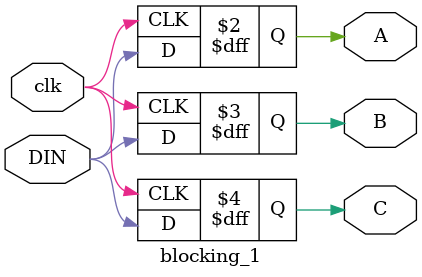
<source format=v>
module blocking_1(clk,DIN,A,B,C);
input clk;
input DIN;
output reg A,B,C;
always@(posedge clk)
begin
	A=DIN;
	B=A;
	C=B;
end
endmodule

</source>
